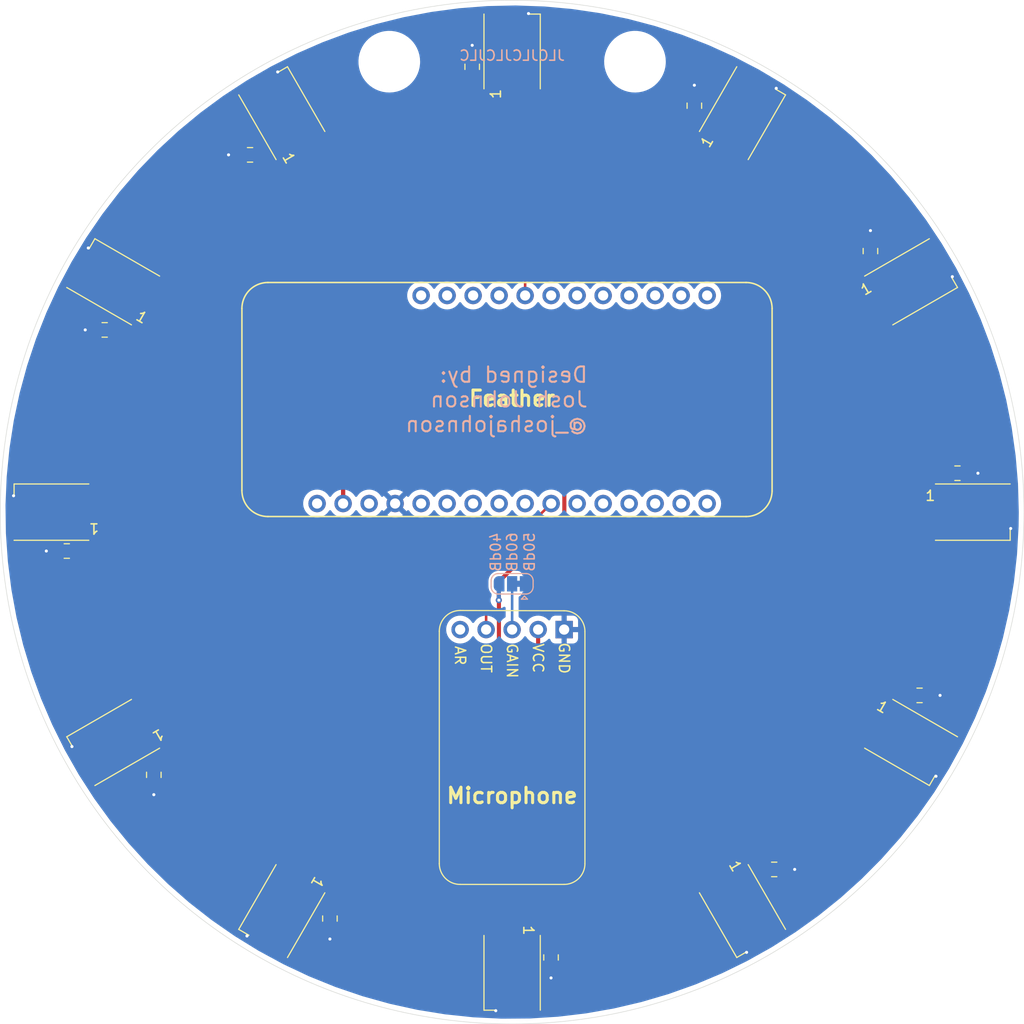
<source format=kicad_pcb>
(kicad_pcb (version 20210126) (generator pcbnew)
  (title_block (title "Electronic Hardware Derign \"Module\" PCB") (date "2021-02-20") (rev "0.1") (company "Josh Johnson"))
  (layers (0 "F.Cu" signal) (31 "B.Cu" signal) (34 "B.Paste" user) (35 "F.Paste" user) (36 "B.SilkS" user "B.Silkscreen") (37 "F.SilkS" user "F.Silkscreen") (38 "B.Mask" user) (39 "F.Mask" user) (44 "Edge.Cuts" user))
  (net 0 "")
  (net 1 "GND")
  (net 2 "Net-(D1-Pad2)")
  (net 3 "Net-(D2-Pad2)")
  (net 4 "Net-(D11-Pad2)")
  (net 5 "Net-(D3-Pad2)")
  (net 6 "Net-(D4-Pad2)")
  (net 7 "Net-(D5-Pad2)")
  (net 8 "Net-(D6-Pad2)")
  (net 9 "Net-(D7-Pad2)")
  (net 10 "Net-(D10-Pad4)")
  (net 11 "Net-(D8-Pad2)")
  (net 12 "Net-(D10-Pad2)")
  (net 13 "Net-(J1-Pad4)")
  (net 14 "Net-(J1-Pad3)")
  (net 15 "+3V3")
  (net 16 "Net-(J2-Pad24)")
  (footprint "LED_SMD:LED_WS2812B_PLCC4_5.0x5.0mm_P3.2mm" (layer "F.Cu") (at 122.5 61.03 60)
    (fp_text reference "D2" hide)
    (fp_text value "WS2812B")
    (fp_text user "1" (at -4.15 -1.6 60) (layer "F.SilkS"))
    (fp_line (start 3.65 2.75) (end 3.65 1.6) (layer "F.SilkS") (width 0.12))
    (fp_line (start -3.65 2.75) (end 3.65 2.75) (layer "F.SilkS") (width 0.12))
    (fp_line (start -3.65 -2.75) (end 3.65 -2.75) (layer "F.SilkS") (width 0.12))
    (pad "1" smd rect (at -2.45 -1.6 60) (size 1.5 1) (layers "F.Cu" "F.Paste" "F.Mask") (net 15 "+3V3"))
    (pad "2" smd rect (at -2.45 1.6 60) (size 1.5 1) (layers "F.Cu" "F.Paste" "F.Mask") (net 3 "Net-(D2-Pad2)"))
    (pad "3" smd rect (at 2.45 1.6 60) (size 1.5 1) (layers "F.Cu" "F.Paste" "F.Mask") (net 1 "GND"))
    (pad "4" smd rect (at 2.45 -1.6 60) (size 1.5 1) (layers "F.Cu" "F.Paste" "F.Mask") (net 2 "Net-(D1-Pad2)"))
  )
  (footprint "LED_SMD:LED_WS2812B_PLCC4_5.0x5.0mm_P3.2mm" (layer "F.Cu") (at 138.97 77.5 30)
    (fp_text reference "D3" hide)
    (fp_text value "WS2812B")
    (fp_text user "1" (at -4.15 -1.6 30) (layer "F.SilkS"))
    (fp_line (start 3.65 2.75) (end 3.65 1.6) (layer "F.SilkS") (width 0.12))
    (fp_line (start -3.65 2.75) (end 3.65 2.75) (layer "F.SilkS") (width 0.12))
    (fp_line (start -3.65 -2.75) (end 3.65 -2.75) (layer "F.SilkS") (width 0.12))
    (pad "1" smd rect (at -2.45 -1.6 30) (size 1.5 1) (layers "F.Cu" "F.Paste" "F.Mask") (net 15 "+3V3"))
    (pad "2" smd rect (at -2.45 1.6 30) (size 1.5 1) (layers "F.Cu" "F.Paste" "F.Mask") (net 5 "Net-(D3-Pad2)"))
    (pad "3" smd rect (at 2.45 1.6 30) (size 1.5 1) (layers "F.Cu" "F.Paste" "F.Mask") (net 1 "GND"))
    (pad "4" smd rect (at 2.45 -1.6 30) (size 1.5 1) (layers "F.Cu" "F.Paste" "F.Mask") (net 3 "Net-(D2-Pad2)"))
  )
  (footprint "Capacitor_SMD:C_0805_2012Metric" (layer "F.Cu") (at 96.1 56.5 90)
    (fp_text reference "C1" hide)
    (fp_text value "100n")
    (fp_line (start -0.258578 -0.71) (end 0.258578 -0.71) (layer "F.SilkS") (width 0.12))
    (fp_line (start -0.258578 0.71) (end 0.258578 0.71) (layer "F.SilkS") (width 0.12))
    (pad "1" smd roundrect (at -0.9375 0 90) (size 0.975 1.4) (layers "F.Cu" "F.Paste" "F.Mask") (net 15 "+3V3"))
    (pad "2" smd roundrect (at 0.9375 0 90) (size 0.975 1.4) (layers "F.Cu" "F.Paste" "F.Mask") (net 1 "GND"))
  )
  (footprint "Capacitor_SMD:C_0805_2012Metric" (layer "F.Cu") (at 56.5 103.8 180)
    (fp_text reference "C10" hide)
    (fp_text value "100n")
    (fp_line (start -0.258578 -0.71) (end 0.258578 -0.71) (layer "F.SilkS") (width 0.12))
    (fp_line (start -0.258578 0.71) (end 0.258578 0.71) (layer "F.SilkS") (width 0.12))
    (pad "1" smd roundrect (at -0.9375 0 180) (size 0.975 1.4) (layers "F.Cu" "F.Paste" "F.Mask") (net 15 "+3V3"))
    (pad "2" smd roundrect (at 0.9375 0 180) (size 0.975 1.4) (layers "F.Cu" "F.Paste" "F.Mask") (net 1 "GND"))
  )
  (footprint "MountingHole:MountingHole_5mm" (layer "F.Cu") (at 88 56)
    (fp_text reference "H2" hide)
    (fp_text value "M5")
    (pad "1" np_thru_hole circle (at 0 0) (size 5 5) (drill 5) (layers *.Cu *.Mask))
  )
  (footprint "LED_SMD:LED_WS2812B_PLCC4_5.0x5.0mm_P3.2mm" (layer "F.Cu") (at 100 145 -90)
    (fp_text reference "D7" hide)
    (fp_text value "WS2812B")
    (fp_text user "1" (at -4.15 -1.6 -90 unlocked) (layer "F.SilkS"))
    (fp_line (start -3.65 -2.75) (end 3.65 -2.75) (layer "F.SilkS") (width 0.12))
    (fp_line (start 3.65 2.75) (end 3.65 1.6) (layer "F.SilkS") (width 0.12))
    (fp_line (start -3.65 2.75) (end 3.65 2.75) (layer "F.SilkS") (width 0.12))
    (pad "1" smd rect (at -2.45 -1.6 270) (size 1.5 1) (layers "F.Cu" "F.Paste" "F.Mask") (net 15 "+3V3"))
    (pad "2" smd rect (at -2.45 1.6 270) (size 1.5 1) (layers "F.Cu" "F.Paste" "F.Mask") (net 9 "Net-(D7-Pad2)"))
    (pad "3" smd rect (at 2.45 1.6 270) (size 1.5 1) (layers "F.Cu" "F.Paste" "F.Mask") (net 1 "GND"))
    (pad "4" smd rect (at 2.45 -1.6 270) (size 1.5 1) (layers "F.Cu" "F.Paste" "F.Mask") (net 8 "Net-(D6-Pad2)"))
  )
  (footprint "Capacitor_SMD:C_0805_2012Metric" (layer "F.Cu") (at 135 74.5 90)
    (fp_text reference "C3" hide)
    (fp_text value "100n")
    (fp_line (start -0.258578 0.71) (end 0.258578 0.71) (layer "F.SilkS") (width 0.12))
    (fp_line (start -0.258578 -0.71) (end 0.258578 -0.71) (layer "F.SilkS") (width 0.12))
    (pad "1" smd roundrect (at -0.9375 0 90) (size 0.975 1.4) (layers "F.Cu" "F.Paste" "F.Mask") (net 15 "+3V3"))
    (pad "2" smd roundrect (at 0.9375 0 90) (size 0.975 1.4) (layers "F.Cu" "F.Paste" "F.Mask") (net 1 "GND"))
  )
  (footprint "Capacitor_SMD:C_0805_2012Metric" (layer "F.Cu") (at 60.2 82.2 180)
    (fp_text reference "C11" hide)
    (fp_text value "100n")
    (fp_line (start -0.258578 -0.71) (end 0.258578 -0.71) (layer "F.SilkS") (width 0.12))
    (fp_line (start -0.258578 0.71) (end 0.258578 0.71) (layer "F.SilkS") (width 0.12))
    (pad "1" smd roundrect (at -0.9375 0 180) (size 0.975 1.4) (layers "F.Cu" "F.Paste" "F.Mask") (net 15 "+3V3"))
    (pad "2" smd roundrect (at 0.9375 0 180) (size 0.975 1.4) (layers "F.Cu" "F.Paste" "F.Mask") (net 1 "GND"))
  )
  (footprint "Capacitor_SMD:C_0805_2012Metric" (layer "F.Cu") (at 139.8 117.9)
    (fp_text reference "C6" hide)
    (fp_text value "100n")
    (fp_line (start -0.258578 0.71) (end 0.258578 0.71) (layer "F.SilkS") (width 0.12))
    (fp_line (start -0.258578 -0.71) (end 0.258578 -0.71) (layer "F.SilkS") (width 0.12))
    (pad "1" smd roundrect (at -0.9375 0) (size 0.975 1.4) (layers "F.Cu" "F.Paste" "F.Mask") (net 15 "+3V3"))
    (pad "2" smd roundrect (at 0.9375 0) (size 0.975 1.4) (layers "F.Cu" "F.Paste" "F.Mask") (net 1 "GND"))
  )
  (footprint "MountingHole:MountingHole_5mm" (layer "F.Cu") (at 112 56)
    (fp_text reference "H1" hide)
    (fp_text value "M5")
    (pad "1" np_thru_hole circle (at 0 0) (size 5 5) (drill 5) (layers *.Cu *.Mask))
  )
  (footprint "Capacitor_SMD:C_0805_2012Metric" (layer "F.Cu") (at 117.8 60.3 90)
    (fp_text reference "C2" hide)
    (fp_text value "100n")
    (fp_line (start -0.258578 0.71) (end 0.258578 0.71) (layer "F.SilkS") (width 0.12))
    (fp_line (start -0.258578 -0.71) (end 0.258578 -0.71) (layer "F.SilkS") (width 0.12))
    (pad "1" smd roundrect (at -0.9375 0 90) (size 0.975 1.4) (layers "F.Cu" "F.Paste" "F.Mask") (net 15 "+3V3"))
    (pad "2" smd roundrect (at 0.9375 0 90) (size 0.975 1.4) (layers "F.Cu" "F.Paste" "F.Mask") (net 1 "GND"))
  )
  (footprint "LED_SMD:LED_WS2812B_PLCC4_5.0x5.0mm_P3.2mm" (layer "F.Cu") (at 55 100 180)
    (fp_text reference "D10" hide)
    (fp_text value "WS2812B")
    (fp_text user "1" (at -4.15 -1.6 180 unlocked) (layer "F.SilkS"))
    (fp_line (start 3.65 2.75) (end 3.65 1.6) (layer "F.SilkS") (width 0.12))
    (fp_line (start -3.65 2.75) (end 3.65 2.75) (layer "F.SilkS") (width 0.12))
    (fp_line (start -3.65 -2.75) (end 3.65 -2.75) (layer "F.SilkS") (width 0.12))
    (pad "1" smd rect (at -2.45 -1.6 180) (size 1.5 1) (layers "F.Cu" "F.Paste" "F.Mask") (net 15 "+3V3"))
    (pad "2" smd rect (at -2.45 1.6 180) (size 1.5 1) (layers "F.Cu" "F.Paste" "F.Mask") (net 12 "Net-(D10-Pad2)"))
    (pad "3" smd rect (at 2.45 1.6 180) (size 1.5 1) (layers "F.Cu" "F.Paste" "F.Mask") (net 1 "GND"))
    (pad "4" smd rect (at 2.45 -1.6 180) (size 1.5 1) (layers "F.Cu" "F.Paste" "F.Mask") (net 10 "Net-(D10-Pad4)"))
  )
  (footprint "ehd:Mic-Breakout" (layer "F.Cu") (at 105.08 111.473 -90)
    (fp_text reference "J1" hide)
    (fp_text value "Mic-Breakout")
    (fp_text user "GND" (at 2.794 0 -90 unlocked) (layer "F.SilkS"))
    (fp_text user "VCC" (at 2.794 2.54 -90 unlocked) (layer "F.SilkS"))
    (fp_text user "GAIN" (at 3.048 5.08 -90 unlocked) (layer "F.SilkS"))
    (fp_text user "OUT" (at 2.794 7.62 -90 unlocked) (layer "F.SilkS"))
    (fp_text user "AR" (at 2.54 10.16 -90 unlocked) (layer "F.SilkS"))
    (fp_line (start -1.865159 10.16) (end -1.838 0) (layer "F.SilkS") (width 0.12))
    (fp_line (start 0.194 -2.032) (end 22.86 -2.032) (layer "F.SilkS") (width 0.12))
    (fp_line (start 24.892 10.16) (end 24.892 0) (layer "F.SilkS") (width 0.12))
    (fp_line (start 0.166841 12.192) (end 22.86 12.192) (layer "F.SilkS") (width 0.12))
    (fp_arc (start 22.86 10.16) (end 22.86 12.192) (angle -90) (layer "F.SilkS") (width 0.12))
    (fp_arc (start 0.194 0) (end 0.194 -2.032) (angle -90) (layer "F.SilkS") (width 0.12))
    (fp_arc (start 0.166841 10.16) (end -1.865159 10.16) (angle -90) (layer "F.SilkS") (width 0.12))
    (fp_arc (start 22.86 0) (end 24.892 0) (angle -90) (layer "F.SilkS") (width 0.12))
    (pad "1" thru_hole rect (at 0 0 270) (size 1.7 1.7) (drill 1) (layers *.Cu *.Mask) (net 1 "GND"))
    (pad "2" thru_hole oval (at 0 2.54 270) (size 1.7 1.7) (drill 1) (layers *.Cu *.Mask) (net 15 "+3V3"))
    (pad "3" thru_hole oval (at 0 5.08 270) (size 1.7 1.7) (drill 1) (layers *.Cu *.Mask) (net 14 "Net-(J1-Pad3)"))
    (pad "4" thru_hole oval (at 0 7.62 270) (size 1.7 1.7) (drill 1) (layers *.Cu *.Mask) (net 13 "Net-(J1-Pad4)"))
    (pad "5" thru_hole oval (at 0 10.16 270) (size 1.7 1.7) (drill 1) (layers *.Cu *.Mask))
  )
  (footprint "Capacitor_SMD:C_0805_2012Metric" (layer "F.Cu") (at 103.8 143.5 -90)
    (fp_text reference "C8" hide)
    (fp_text value "100n")
    (fp_line (start -0.258578 0.71) (end 0.258578 0.71) (layer "F.SilkS") (width 0.12))
    (fp_line (start -0.258578 -0.71) (end 0.258578 -0.71) (layer "F.SilkS") (width 0.12))
    (pad "1" smd roundrect (at -0.9375 0 270) (size 0.975 1.4) (layers "F.Cu" "F.Paste" "F.Mask") (net 15 "+3V3"))
    (pad "2" smd roundrect (at 0.9375 0 270) (size 0.975 1.4) (layers "F.Cu" "F.Paste" "F.Mask") (net 1 "GND"))
  )
  (footprint "LED_SMD:LED_WS2812B_PLCC4_5.0x5.0mm_P3.2mm" (layer "F.Cu") (at 61.03 122.5 -150)
    (fp_text reference "D9" hide)
    (fp_text value "WS2812B")
    (fp_text user "1" (at -4.149999 -1.6 -150 unlocked) (layer "F.SilkS"))
    (fp_line (start -3.65 2.75) (end 3.65 2.75) (layer "F.SilkS") (width 0.12))
    (fp_line (start -3.65 -2.75) (end 3.65 -2.75) (layer "F.SilkS") (width 0.12))
    (fp_line (start 3.65 2.75) (end 3.65 1.6) (layer "F.SilkS") (width 0.12))
    (pad "1" smd rect (at -2.45 -1.6 210) (size 1.5 1) (layers "F.Cu" "F.Paste" "F.Mask") (net 15 "+3V3"))
    (pad "2" smd rect (at -2.45 1.6 210) (size 1.5 1) (layers "F.Cu" "F.Paste" "F.Mask") (net 10 "Net-(D10-Pad4)"))
    (pad "3" smd rect (at 2.45 1.6 210) (size 1.5 1) (layers "F.Cu" "F.Paste" "F.Mask") (net 1 "GND"))
    (pad "4" smd rect (at 2.45 -1.6 210) (size 1.5 1) (layers "F.Cu" "F.Paste" "F.Mask") (net 11 "Net-(D8-Pad2)"))
  )
  (footprint "LED_SMD:LED_WS2812B_PLCC4_5.0x5.0mm_P3.2mm" (layer "F.Cu") (at 77.5 61.03 120)
    (fp_text reference "D12" hide)
    (fp_text value "WS2812B")
    (fp_text user "1" (at -4.15 -1.6 120) (layer "F.SilkS"))
    (fp_line (start 3.65 2.75) (end 3.65 1.6) (layer "F.SilkS") (width 0.12))
    (fp_line (start -3.65 2.75) (end 3.65 2.75) (layer "F.SilkS") (width 0.12))
    (fp_line (start -3.65 -2.75) (end 3.65 -2.75) (layer "F.SilkS") (width 0.12))
    (pad "1" smd rect (at -2.45 -1.6 120) (size 1.5 1) (layers "F.Cu" "F.Paste" "F.Mask") (net 15 "+3V3"))
    (pad "2" smd rect (at -2.45 1.6 120) (size 1.5 1) (layers "F.Cu" "F.Paste" "F.Mask"))
    (pad "3" smd rect (at 2.45 1.6 120) (size 1.5 1) (layers "F.Cu" "F.Paste" "F.Mask") (net 1 "GND"))
    (pad "4" smd rect (at 2.45 -1.6 120) (size 1.5 1) (layers "F.Cu" "F.Paste" "F.Mask") (net 4 "Net-(D11-Pad2)"))
  )
  (footprint "LED_SMD:LED_WS2812B_PLCC4_5.0x5.0mm_P3.2mm" (layer "F.Cu") (at 145 100)
    (fp_text reference "D4" hide)
    (fp_text value "WS2812B")
    (fp_text user "1" (at -4.15 -1.6) (layer "F.SilkS"))
    (fp_line (start 3.65 2.75) (end 3.65 1.6) (layer "F.SilkS") (width 0.12))
    (fp_line (start -3.65 2.75) (end 3.65 2.75) (layer "F.SilkS") (width 0.12))
    (fp_line (start -3.65 -2.75) (end 3.65 -2.75) (layer "F.SilkS") (width 0.12))
    (pad "1" smd rect (at -2.45 -1.6) (size 1.5 1) (layers "F.Cu" "F.Paste" "F.Mask") (net 15 "+3V3"))
    (pad "2" smd rect (at -2.45 1.6) (size 1.5 1) (layers "F.Cu" "F.Paste" "F.Mask") (net 6 "Net-(D4-Pad2)"))
    (pad "3" smd rect (at 2.45 1.6) (size 1.5 1) (layers "F.Cu" "F.Paste" "F.Mask") (net 1 "GND"))
    (pad "4" smd rect (at 2.45 -1.6) (size 1.5 1) (layers "F.Cu" "F.Paste" "F.Mask") (net 5 "Net-(D3-Pad2)"))
  )
  (footprint "LED_SMD:LED_WS2812B_PLCC4_5.0x5.0mm_P3.2mm" (layer "F.Cu") (at 138.97 122.5 -30)
    (fp_text reference "D5" hide)
    (fp_text value "WS2812B")
    (fp_text user "1" (at -4.15 -1.600001 -30 unlocked) (layer "F.SilkS"))
    (fp_line (start -3.65 2.75) (end 3.65 2.75) (layer "F.SilkS") (width 0.12))
    (fp_line (start -3.65 -2.75) (end 3.65 -2.75) (layer "F.SilkS") (width 0.12))
    (fp_line (start 3.65 2.75) (end 3.65 1.6) (layer "F.SilkS") (width 0.12))
    (pad "1" smd rect (at -2.45 -1.6 330) (size 1.5 1) (layers "F.Cu" "F.Paste" "F.Mask") (net 15 "+3V3"))
    (pad "2" smd rect (at -2.45 1.6 330) (size 1.5 1) (layers "F.Cu" "F.Paste" "F.Mask") (net 7 "Net-(D5-Pad2)"))
    (pad "3" smd rect (at 2.45 1.6 330) (size 1.5 1) (layers "F.Cu" "F.Paste" "F.Mask") (net 1 "GND"))
    (pad "4" smd rect (at 2.45 -1.6 330) (size 1.5 1) (layers "F.Cu" "F.Paste" "F.Mask") (net 6 "Net-(D4-Pad2)"))
  )
  (footprint "Capacitor_SMD:C_0805_2012Metric" (layer "F.Cu") (at 82.2 139.7 -90)
    (fp_text reference "C9" hide)
    (fp_text value "100n")
    (fp_line (start -0.258578 0.71) (end 0.258578 0.71) (layer "F.SilkS") (width 0.12))
    (fp_line (start -0.258578 -0.71) (end 0.258578 -0.71) (layer "F.SilkS") (width 0.12))
    (pad "1" smd roundrect (at -0.9375 0 270) (size 0.975 1.4) (layers "F.Cu" "F.Paste" "F.Mask") (net 15 "+3V3"))
    (pad "2" smd roundrect (at 0.9375 0 270) (size 0.975 1.4) (layers "F.Cu" "F.Paste" "F.Mask") (net 1 "GND"))
  )
  (footprint "LED_SMD:LED_WS2812B_PLCC4_5.0x5.0mm_P3.2mm" (layer "F.Cu") (at 122.5 138.97 -60)
    (fp_text reference "D6" hide)
    (fp_text value "WS2812B")
    (fp_text user "1" (at -4.149999 -1.6 -60 unlocked) (layer "F.SilkS"))
    (fp_line (start 3.65 2.75) (end 3.65 1.6) (layer "F.SilkS") (width 0.12))
    (fp_line (start -3.65 -2.75) (end 3.65 -2.75) (layer "F.SilkS") (width 0.12))
    (fp_line (start -3.65 2.75) (end 3.65 2.75) (layer "F.SilkS") (width 0.12))
    (pad "1" smd rect (at -2.45 -1.6 300) (size 1.5 1) (layers "F.Cu" "F.Paste" "F.Mask") (net 15 "+3V3"))
    (pad "2" smd rect (at -2.45 1.6 300) (size 1.5 1) (layers "F.Cu" "F.Paste" "F.Mask") (net 8 "Net-(D6-Pad2)"))
    (pad "3" smd rect (at 2.45 1.6 300) (size 1.5 1) (layers "F.Cu" "F.Paste" "F.Mask") (net 1 "GND"))
    (pad "4" smd rect (at 2.45 -1.6 300) (size 1.5 1) (layers "F.Cu" "F.Paste" "F.Mask") (net 7 "Net-(D5-Pad2)"))
  )
  (footprint "ehd:featherwing" (layer "F.Cu") (at 100 89)
    (fp_text reference "J2" hide)
    (fp_text value "Feather")
    (fp_line (start -26.3936 -8.89) (end -26.3936 8.89) (layer "F.SilkS") (width 0.15))
    (fp_line (start -23.8536 11.43) (end 22.8536 11.43) (layer "F.SilkS") (width 0.15))
    (fp_line (start 22.8536 -11.43) (end -23.8536 -11.43) (layer "F.SilkS") (width 0.15))
    (fp_line (start 25.393132 8.938762) (end 25.3936 -8.89) (layer "F.SilkS") (width 0.15))
    (fp_arc (start 22.8536 -8.89) (end 22.8536 -11.43) (angle 90) (layer "F.SilkS") (width 0.15))
    (fp_arc (start -23.8536 -8.89) (end -26.3936 -8.89) (angle 90) (layer "F.SilkS") (width 0.15))
    (fp_arc (start -23.8536 8.89) (end -23.8536 11.43) (angle 90) (layer "F.SilkS") (width 0.15))
    (fp_arc (start 22.853604 8.890001) (end 22.8536 11.43) (angle -88.9) (layer "F.SilkS") (width 0.15))
    (pad "1" thru_hole circle (at -19.05 10.16) (size 1.7 1.7) (drill 1) (layers *.Cu *.Mask))
    (pad "2" thru_hole circle (at -16.51 10.16) (size 1.7 1.7) (drill 1) (layers *.Cu *.Mask) (net 15 "+3V3"))
    (pad "3" thru_hole circle (at -13.97 10.16) (size 1.7 1.7) (drill 1) (layers *.Cu *.Mask))
    (pad "4" thru_hole circle (at -11.43 10.16) (size 1.7 1.7) (drill 1) (layers *.Cu *.Mask) (net 1 "GND"))
    (pad "5" thru_hole circle (at -8.89 10.16) (size 1.7 1.7) (drill 1) (layers *.Cu *.Mask))
    (pad "6" thru_hole circle (at -6.35 10.16) (size 1.7 1.7) (drill 1) (layers *.Cu *.Mask))
    (pad "7" thru_hole circle (at -3.81 10.16) (size 1.7 1.7) (drill 1) (layers *.Cu *.Mask))
    (pad "8" thru_hole circle (at -1.27 10.16) (size 1.7 1.7) (drill 1) (layers *.Cu *.Mask))
    (pad "9" thru_hole circle (at 1.27 10.16) (size 1.7 1.7) (drill 1) (layers *.Cu *.Mask))
    (pad "10" thru_hole circle (at 3.81 10.16) (size 1.7 1.7) (drill 1) (layers *.Cu *.Mask) (net 13 "Net-(J1-Pad4)"))
    (pad "11" thru_hole circle (at 6.35 10.16) (size 1.7 1.7) (drill 1) (layers *.Cu *.Mask))
    (pad "12" thru_hole circle (at 8.89 10.16) (size 1.7 1.7) (drill 1) (layers *.Cu *.Mask))
    (pad "13" thru_hole circle (at 11.43 10.16) (size 1.7 1.7) (drill 1) (layers *.Cu *.Mask))
    (pad "14" thru_hole circle (at 13.97 10.16) (size 1.7 1.7) (drill 1) (layers *.Cu *.Mask))
    (pad "15" thru_hole circle (at 16.51 10.16) (size 1.7 1.7) (drill 1) (layers *.Cu *.Mask))
    (pad "16" thru_hole circle (at 19.05 10.16) (size 1.7 1.7) (drill 1) (layers *.Cu *.Mask))
    (pad "17" thru_hole circle (at 19.05 -10.16) (size 1.7 1.7) (drill 1) (layers *.Cu *.Mask))
    (pad "18" thru_hole circle (at 16.51 -10.16) (size 1.7 1.7) (drill 1) (layers *.Cu *.Mask))
    (pad "19" thru_hole circle (at 13.97 -10.16) (size 1.7 1.7) (drill 1) (layers *.Cu *.Mask))
    (pad "20" thru_hole circle (at 11.43 -10.16) (size 1.7 1.7) (drill 1) (layers *.Cu *.Mask))
    (pad "21" thru_hole circle (at 8.89 -10.16) (size 1.7 1.7) (drill 1) (layers *.Cu *.Mask))
    (pad "22" thru_hole circle (at 6.35 -10.16) (size 1.7 1.7) (drill 1) (layers *.Cu *.Mask))
    (pad "23" thru_hole circle (at 3.81 -10.16) (size 1.7 1.7) (drill 1) (layers *.Cu *.Mask))
    (pad "24" thru_hole circle (at 1.27 -10.16) (size 1.7 1.7) (drill 1) (layers *.Cu *.Mask) (net 16 "Net-(J2-Pad24)"))
    (pad "25" thru_hole circle (at -1.27 -10.16) (size 1.7 1.7) (drill 1) (layers *.Cu *.Mask))
    (pad "26" thru_hole circle (at -3.81 -10.16) (size 1.7 1.7) (drill 1) (layers *.Cu *.Mask))
    (pad "27" thru_hole circle (at -6.35 -10.16) (size 1.7 1.7) (drill 1) (layers *.Cu *.Mask))
    (pad "28" thru_hole circle (at -8.89 -10.16) (size 1.7 1.7) (drill 1) (layers *.Cu *.Mask))
  )
  (footprint "Capacitor_SMD:C_0805_2012Metric" (layer "F.Cu") (at 74.4 65.1 180)
    (fp_text reference "C12" hide)
    (fp_text value "100n")
    (fp_line (start -0.258578 -0.71) (end 0.258578 -0.71) (layer "F.SilkS") (width 0.12))
    (fp_line (start -0.258578 0.71) (end 0.258578 0.71) (layer "F.SilkS") (width 0.12))
    (pad "1" smd roundrect (at -0.9375 0 180) (size 0.975 1.4) (layers "F.Cu" "F.Paste" "F.Mask") (net 15 "+3V3"))
    (pad "2" smd roundrect (at 0.9375 0 180) (size 0.975 1.4) (layers "F.Cu" "F.Paste" "F.Mask") (net 1 "GND"))
  )
  (footprint "Capacitor_SMD:C_0805_2012Metric" (layer "F.Cu") (at 65 125.6625 -90)
    (fp_text reference "C4" hide)
    (fp_text value "100n")
    (fp_line (start -0.258578 -0.71) (end 0.258578 -0.71) (layer "F.SilkS") (width 0.12))
    (fp_line (start -0.258578 0.71) (end 0.258578 0.71) (layer "F.SilkS") (width 0.12))
    (pad "1" smd roundrect (at -0.9375 0 270) (size 0.975 1.4) (layers "F.Cu" "F.Paste" "F.Mask") (net 15 "+3V3"))
    (pad "2" smd roundrect (at 0.9375 0 270) (size 0.975 1.4) (layers "F.Cu" "F.Paste" "F.Mask") (net 1 "GND"))
  )
  (footprint "LED_SMD:LED_WS2812B_PLCC4_5.0x5.0mm_P3.2mm" (layer "F.Cu") (at 77.5 138.97 -120)
    (fp_text reference "D8" hide)
    (fp_text value "WS2812B")
    (fp_text user "1" (at -4.15 -1.600001 -120 unlocked) (layer "F.SilkS"))
    (fp_line (start -3.65 2.75) (end 3.65 2.75) (layer "F.SilkS") (width 0.12))
    (fp_line (start -3.65 -2.75) (end 3.65 -2.75) (layer "F.SilkS") (width 0.12))
    (fp_line (start 3.65 2.75) (end 3.65 1.6) (layer "F.SilkS") (width 0.12))
    (pad "1" smd rect (at -2.45 -1.6 240) (size 1.5 1) (layers "F.Cu" "F.Paste" "F.Mask") (net 15 "+3V3"))
    (pad "2" smd rect (at -2.45 1.6 240) (size 1.5 1) (layers "F.Cu" "F.Paste" "F.Mask") (net 11 "Net-(D8-Pad2)"))
    (pad "3" smd rect (at 2.45 1.6 240) (size 1.5 1) (layers "F.Cu" "F.Paste" "F.Mask") (net 1 "GND"))
    (pad "4" smd rect (at 2.45 -1.6 240) (size 1.5 1) (layers "F.Cu" "F.Paste" "F.Mask") (net 9 "Net-(D7-Pad2)"))
  )
  (footprint "Capacitor_SMD:C_0805_2012Metric" (layer "F.Cu") (at 125.6 134.9)
    (fp_text reference "C7" hide)
    (fp_text value "100n")
    (fp_line (start -0.258578 0.71) (end 0.258578 0.71) (layer "F.SilkS") (width 0.12))
    (fp_line (start -0.258578 -0.71) (end 0.258578 -0.71) (layer "F.SilkS") (width 0.12))
    (pad "1" smd roundrect (at -0.9375 0) (size 0.975 1.4) (layers "F.Cu" "F.Paste" "F.Mask") (net 15 "+3V3"))
    (pad "2" smd roundrect (at 0.9375 0) (size 0.975 1.4) (layers "F.Cu" "F.Paste" "F.Mask") (net 1 "GND"))
  )
  (footprint "LED_SMD:LED_WS2812B_PLCC4_5.0x5.0mm_P3.2mm" (layer "F.Cu") (at 61.03 77.5 150)
    (fp_text reference "D11" hide)
    (fp_text value "WS2812B")
    (fp_text user "1" (at -4.15 -1.6 150) (layer "F.SilkS"))
    (fp_line (start -3.65 2.75) (end 3.65 2.75) (layer "F.SilkS") (width 0.12))
    (fp_line (start -3.65 -2.75) (end 3.65 -2.75) (layer "F.SilkS") (width 0.12))
    (fp_line (start 3.65 2.75) (end 3.65 1.6) (layer "F.SilkS") (width 0.12))
    (pad "1" smd rect (at -2.45 -1.6 150) (size 1.5 1) (layers "F.Cu" "F.Paste" "F.Mask") (net 15 "+3V3"))
    (pad "2" smd rect (at -2.45 1.6 150) (size 1.5 1) (layers "F.Cu" "F.Paste" "F.Mask") (net 4 "Net-(D11-Pad2)"))
    (pad "3" smd rect (at 2.45 1.6 150) (size 1.5 1) (layers "F.Cu" "F.Paste" "F.Mask") (net 1 "GND"))
    (pad "4" smd rect (at 2.45 -1.6 150) (size 1.5 1) (layers "F.Cu" "F.Paste" "F.Mask") (net 12 "Net-(D10-Pad2)"))
  )
  (footprint "LED_SMD:LED_WS2812B_PLCC4_5.0x5.0mm_P3.2mm" (layer "F.Cu") (at 100 55 90)
    (fp_text reference "D1" hide)
    (fp_text value "WS2812B")
    (fp_text user "1" (at -4.15 -1.6 90) (layer "F.SilkS"))
    (fp_line (start -3.65 -2.75) (end 3.65 -2.75) (layer "F.SilkS") (width 0.12))
    (fp_line (start 3.65 2.75) (end 3.65 1.6) (layer "F.SilkS") (width 0.12))
    (fp_line (start -3.65 2.75) (end 3.65 2.75) (layer "F.SilkS") (width 0.12))
    (pad "1" smd rect (at -2.45 -1.6 90) (size 1.5 1) (layers "F.Cu" "F.Paste" "F.Mask") (net 15 "+3V3"))
    (pad "2" smd rect (at -2.45 1.6 90) (size 1.5 1) (layers "F.Cu" "F.Paste" "F.Mask") (net 2 "Net-(D1-Pad2)"))
    (pad "3" smd rect (at 2.45 1.6 90) (size 1.5 1) (layers "F.Cu" "F.Paste" "F.Mask") (net 1 "GND"))
    (pad "4" smd rect (at 2.45 -1.6 90) (size 1.5 1) (layers "F.Cu" "F.Paste" "F.Mask") (net 16 "Net-(J2-Pad24)"))
  )
  (footprint "Capacitor_SMD:C_0805_2012Metric" (layer "F.Cu") (at 143.5 96.2)
    (fp_text reference "C5" hide)
    (fp_text value "100n")
    (fp_line (start -0.258578 -0.71) (end 0.258578 -0.71) (layer "F.SilkS") (width 0.12))
    (fp_line (start -0.258578 0.71) (end 0.258578 0.71) (layer "F.SilkS") (width 0.12))
    (pad "1" smd roundrect (at -0.9375 0) (size 0.975 1.4) (layers "F.Cu" "F.Paste" "F.Mask") (net 15 "+3V3"))
    (pad "2" smd roundrect (at 0.9375 0) (size 0.975 1.4) (layers "F.Cu" "F.Paste" "F.Mask") (net 1 "GND"))
  )
  (footprint "Jumper:SolderJumper-3_P1.3mm_Bridged12_RoundedPad1.0x1.5mm" (layer "B.Cu") (at 100 107 180)
    (fp_text reference "JP1" hide)
    (fp_text value "JMP3")
    (fp_poly (pts (xy -0.9 0.3) (xy -0.4 0.3) (xy -0.4 -0.3) (xy -0.9 -0.3)) (layer "B.Cu") (width 0) (fill solid))
    (fp_line (start -1.4 1) (end 1.4 1) (layer "B.SilkS") (width 0.12))
    (fp_line (start -1.2 -1.2) (end -0.9 -1.5) (layer "B.SilkS") (width 0.12))
    (fp_line (start -1.2 -1.2) (end -1.5 -1.5) (layer "B.SilkS") (width 0.12))
    (fp_line (start 1.4 -1) (end -1.4 -1) (layer "B.SilkS") (width 0.12))
    (fp_line (start -2.05 -0.3) (end -2.05 0.3) (layer "B.SilkS") (width 0.12))
    (fp_line (start -1.5 -1.5) (end -0.9 -1.5) (layer "B.SilkS") (width 0.12))
    (fp_line (start 2.05 0.3) (end 2.05 -0.3) (layer "B.SilkS") (width 0.12))
    (fp_arc (start -1.35 -0.3) (end -2.05 -0.3) (angle 90) (layer "B.SilkS") (width 0.12))
    (fp_arc (start -1.35 0.3) (end -1.35 1) (angle 90) (layer "B.SilkS") (width 0.12))
    (fp_arc (start 1.35 0.3) (end 2.05 0.3) (angle 90) (layer "B.SilkS") (width 0.12))
    (fp_arc (start 1.35 -0.3) (end 1.35 -1) (angle 90) (layer "B.SilkS") (width 0.12))
    (pad "1" smd custom (at -1.3 0 180) (size 1 0.5) (layers "B.Cu" "B.Mask") (net 1 "GND") (options (clearance outline) (anchor rect)) (primitives (gr_circle (center 0 -0.25) (end 0.5 -0.25) (width 0) (fill yes)) (gr_circle (center 0 0.25) (end 0.5 0.25) (width 0) (fill yes)) (gr_poly (pts (xy 0.55 0.75) (xy 0 0.75) (xy 0 -0.75) (xy 0.55 -0.75)) (width 0) (fill yes))))
    (pad "2" smd rect (at 0 0 180) (size 1 1.5) (layers "B.Cu" "B.Mask") (net 14 "Net-(J1-Pad3)"))
    (pad "3" smd custom (at 1.3 0 180) (size 1 0.5) (layers "B.Cu" "B.Mask") (net 15 "+3V3") (options (clearance outline) (anchor rect)) (primitives (gr_circle (center 0 -0.25) (end 0.5 -0.25) (width 0) (fill yes)) (gr_circle (center 0 0.25) (end 0.5 0.25) (width 0) (fill yes)) (gr_poly (pts (xy -0.55 0.75) (xy 0 0.75) (xy 0 -0.75) (xy -0.55 -0.75)) (width 0) (fill yes))))
  )
  (gr_circle (center 100 100) (end 150 100) (layer "Edge.Cuts") (width 0.05) (fill none))
  (gr_text "JLCJLCJLCJLC" (at 99.999999 55.4) (layer "B.SilkS") (effects (font (size 1 1)) (justify mirror)))
  (gr_text "50dB" (at 101.7 103.9 90) (layer "B.SilkS") (effects (font (size 1 1)) (justify mirror)))
  (gr_text "Designed by:\nJosh Johnson\n@_joshajohnson" (at 107.5 89) (layer "B.SilkS") (effects (font (size 1.5 1.5) (thickness 0.2)) (justify left mirror)))
  (gr_text "40dB" (at 98.4 103.9 90) (layer "B.SilkS") (effects (font (size 1 1)) (justify mirror)))
  (gr_text "60dB" (at 100 103.9 90) (layer "B.SilkS") (effects (font (size 1 1)) (justify mirror)))
  (gr_text "Microphone" (at 100 127.7) (layer "F.SilkS") (effects (font (size 1.5 1.5) (thickness 0.3))))
  (gr_text "Feather" (at 100 88.9) (layer "F.SilkS") (effects (font (size 1.5 1.5) (thickness 0.3))))
  (segment (start 51.3 98.4) (end 52.55 98.4) (width 0.4) (layer "F.Cu") (net 1))
  (segment (start 117.8 58.3) (end 117.8 59.3625) (width 0.4) (layer "F.Cu") (net 1))
  (segment (start 126.5375 134.9) (end 127.6 134.9) (width 0.4) (layer "F.Cu") (net 1))
  (segment (start 135 73.5625) (end 135 72.5) (width 0.4) (layer "F.Cu") (net 1))
  (segment (start 142.339359 77.660641) (end 143 77) (width 0.4) (layer "F.Cu") (net 1))
  (segment (start 65 127.6) (end 65 126.6) (width 0.4) (layer "F.Cu") (net 1))
  (segment (start 54.5 103.8) (end 55.5625 103.8) (width 0.4) (layer "F.Cu") (net 1))
  (segment (start 57.560641 122.339359) (end 57 122.9) (width 0.25) (layer "F.Cu") (net 1))
  (segment (start 103.8 145.5) (end 103.8 144.4375) (width 0.4) (layer "F.Cu") (net 1))
  (segment (start 98.4 147.45) (end 98.4 148.7) (width 0.4) (layer "F.Cu") (net 1))
  (segment (start 125.8 59.018879) (end 125.110641 59.708238) (width 0.4) (layer "F.Cu") (net 1))
  (segment (start 59.018879 74.2) (end 59.708238 74.889359) (width 0.4) (layer "F.Cu") (net 1))
  (segment (start 74.1 141.081121) (end 74.889359 140.291762) (width 0.4) (layer "F.Cu") (net 1))
  (segment (start 140.981121 125.8) (end 140.291762 125.110641) (width 0.4) (layer "F.Cu") (net 1))
  (segment (start 122.339359 141.891762) (end 122.339359 142.439359) (width 0.4) (layer "F.Cu") (net 1))
  (segment (start 74.1 141.4) (end 74.1 141.081121) (width 0.4) (layer "F.Cu") (net 1))
  (segment (start 96.1 55.5625) (end 96.1 54.4) (width 0.4) (layer "F.Cu") (net 1))
  (segment (start 58.108238 122.339359) (end 57.560641 122.339359) (width 0.25) (layer "F.Cu") (net 1))
  (segment (start 141.891762 77.660641) (end 142.339359 77.660641) (width 0.4) (layer "F.Cu") (net 1))
  (segment (start 58.6 74.2) (end 59.018879 74.2) (width 0.4) (layer "F.Cu") (net 1))
  (segment (start 141.4 125.8) (end 140.981121 125.8) (width 0.4) (layer "F.Cu") (net 1))
  (segment (start 77.1 57) (end 77.1 57.547597) (width 0.4) (layer "F.Cu") (net 1))
  (segment (start 72.3 65.1) (end 73.4625 65.1) (width 0.4) (layer "F.Cu") (net 1))
  (segment (start 141.8 117.9) (end 140.7375 117.9) (width 0.4) (layer "F.Cu") (net 1))
  (segment (start 101.6 51.3) (end 101.6 52.55) (width 0.4) (layer "F.Cu") (net 1))
  (segment (start 125.8 58.6) (end 125.8 59.018879) (width 0.4) (layer "F.Cu") (net 1))
  (segment (start 58.3 82.2) (end 59.2625 82.2) (width 0.4) (layer "F.Cu") (net 1))
  (segment (start 145.5 96.2) (end 144.4375 96.2) (width 0.4) (layer "F.Cu") (net 1))
  (segment (start 148.7 101.6) (end 147.45 101.6) (width 0.4) (layer "F.Cu") (net 1))
  (segment (start 82.2 140.6375) (end 82.2 141.7) (width 0.4) (layer "F.Cu") (net 1))
  (segment (start 77.1 57.547597) (end 77.660641 58.108238) (width 0.4) (layer "F.Cu") (net 1))
  (segment (start 122.339359 142.439359) (end 122.9 143) (width 0.4) (layer "F.Cu") (net 1))
  (via (at 143 77) (size 0.6) (drill 0.3) (layers "F.Cu" "B.Cu") (net 1))
  (via (at 125.8 58.6) (size 0.6) (drill 0.3) (layers "F.Cu" "B.Cu") (net 1))
  (via (at 82.2 141.7) (size 0.6) (drill 0.3) (layers "F.Cu" "B.Cu") (net 1))
  (via (at 122.9 143) (size 0.6) (drill 0.3) (layers "F.Cu" "B.Cu") (net 1))
  (via (at 103.8 145.5) (size 0.6) (drill 0.3) (layers "F.Cu" "B.Cu") (net 1))
  (via (at 145.5 96.2) (size 0.6) (drill 0.3) (layers "F.Cu" "B.Cu") (net 1))
  (via (at 58.3 82.2) (size 0.6) (drill 0.3) (layers "F.Cu" "B.Cu") (net 1))
  (via (at 58.6 74.2) (size 0.6) (drill 0.3) (layers "F.Cu" "B.Cu") (net 1))
  (via (at 72.3 65.1) (size 0.6) (drill 0.3) (layers "F.Cu" "B.Cu") (net 1))
  (via (at 135 72.5) (size 0.6) (drill 0.3) (layers "F.Cu" "B.Cu") (net 1))
  (via (at 101.6 51.3) (size 0.6) (drill 0.3) (layers "F.Cu" "B.Cu") (net 1))
  (via (at 127.6 134.9) (size 0.6) (drill 0.3) (layers "F.Cu" "B.Cu") (net 1))
  (via (at 65 127.6) (size 0.6) (drill 0.3) (layers "F.Cu" "B.Cu") (net 1))
  (via (at 57 122.9) (size 0.6) (drill 0.3) (layers "F.Cu" "B.Cu") (net 1))
  (via (at 77.1 57) (size 0.6) (drill 0.3) (layers "F.Cu" "B.Cu") (net 1))
  (via (at 141.4 125.8) (size 0.6) (drill 0.3) (layers "F.Cu" "B.Cu") (net 1))
  (via (at 54.5 103.8) (size 0.6) (drill 0.3) (layers "F.Cu" "B.Cu") (net 1))
  (via (at 98.4 148.7) (size 0.6) (drill 0.3) (layers "F.Cu" "B.Cu") (net 1))
  (via (at 51.3 98.4) (size 0.6) (drill 0.3) (layers "F.Cu" "B.Cu") (net 1))
  (via (at 74.1 141.4) (size 0.6) (drill 0.3) (layers "F.Cu" "B.Cu") (net 1))
  (via (at 96.1 54.4) (size 0.6) (drill 0.3) (layers "F.Cu" "B.Cu") (net 1))
  (via (at 141.8 117.9) (size 0.6) (drill 0.3) (layers "F.Cu" "B.Cu") (net 1))
  (via (at 117.8 58.3) (size 0.6) (drill 0.3) (layers "F.Cu" "B.Cu") (net 1))
  (via (at 148.7 101.6) (size 0.6) (drill 0.3) (layers "F.Cu" "B.Cu") (net 1))
  (segment (start 122.339359 58.660641) (end 122.339359 58.108238) (width 0.25) (layer "F.Cu") (net 2))
  (segment (start 108.35 57.45) (end 111.1 60.2) (width 0.25) (layer "F.Cu") (net 2))
  (segment (start 101.6 57.45) (end 108.35 57.45) (width 0.25) (layer "F.Cu") (net 2))
  (segment (start 120.8 60.2) (end 122.339359 58.660641) (width 0.25) (layer "F.Cu") (net 2))
  (segment (start 111.1 60.2) (end 120.8 60.2) (width 0.25) (layer "F.Cu") (net 2))
  (segment (start 140.291762 74.889359) (end 140.291762 74.391762) (width 0.25) (layer "F.Cu") (net 3))
  (segment (start 129.608879 70.9) (end 136.8 70.9) (width 0.25) (layer "F.Cu") (net 3))
  (segment (start 140.291762 74.391762) (end 136.8 70.9) (width 0.25) (layer "F.Cu") (net 3))
  (segment (start 122.660641 63.951762) (end 129.608879 70.9) (width 0.25) (layer "F.Cu") (net 3))
  (segment (start 65 76.291121) (end 65 68.8) (width 0.25) (layer "F.Cu") (net 4))
  (segment (start 73.997597 60.6) (end 73.2 60.6) (width 0.25) (layer "F.Cu") (net 4))
  (segment (start 74.889359 59.708238) (end 73.997597 60.6) (width 0.25) (layer "F.Cu") (net 4))
  (segment (start 65 68.8) (end 73.2 60.6) (width 0.25) (layer "F.Cu") (net 4))
  (segment (start 63.951762 77.339359) (end 65 76.291121) (width 0.25) (layer "F.Cu") (net 4))
  (segment (start 147.45 89.912403) (end 147.45 98.4) (width 0.25) (layer "F.Cu") (net 5))
  (segment (start 137.648238 80.110641) (end 147.45 89.912403) (width 0.25) (layer "F.Cu") (net 5))
  (segment (start 142.55 121.681121) (end 141.891762 122.339359) (width 0.25) (layer "F.Cu") (net 6))
  (segment (start 142.55 101.6) (end 142.55 121.681121) (width 0.25) (layer "F.Cu") (net 6))
  (segment (start 125.110641 140.291762) (end 135.301202 130.101202) (width 0.25) (layer "F.Cu") (net 7))
  (segment (start 136.1 129.302404) (end 135.301202 130.101202) (width 0.25) (layer "F.Cu") (net 7))
  (segment (start 135.301202 130.101202) (end 135.5 129.902403) (width 0.25) (layer "F.Cu") (net 7))
  (segment (start 136.048238 122.660641) (end 136.1 122.712403) (width 0.25) (layer "F.Cu") (net 7))
  (segment (start 136.1 122.712403) (end 136.1 129.302404) (width 0.25) (layer "F.Cu") (net 7))
  (segment (start 114.037598 143.5) (end 114.568799 142.968799) (width 0.25) (layer "F.Cu") (net 8))
  (segment (start 101.6 147.45) (end 104.75 147.45) (width 0.25) (layer "F.Cu") (net 8))
  (segment (start 114.568799 142.968799) (end 119.889359 137.648238) (width 0.25) (layer "F.Cu") (net 8))
  (segment (start 104.75 147.45) (end 108.7 143.5) (width 0.25) (layer "F.Cu") (net 8))
  (segment (start 108.7 143.5) (end 114.037598 143.5) (width 0.25) (layer "F.Cu") (net 8))
  (segment (start 77.660641 141.891762) (end 78.368879 142.6) (width 0.25) (layer "F.Cu") (net 9))
  (segment (start 78.368879 142.6) (end 98.35 142.6) (width 0.25) (layer "F.Cu") (net 9))
  (segment (start 98.35 142.6) (end 98.4 142.55) (width 0.25) (layer "F.Cu") (net 9))
  (segment (start 62.351762 119.889359) (end 52.55 110.087597) (width 0.25) (layer "F.Cu") (net 10))
  (segment (start 52.55 110.087597) (end 52.55 101.6) (width 0.25) (layer "F.Cu") (net 10))
  (segment (start 69.297597 134.7) (end 59.708238 125.110641) (width 0.25) (layer "F.Cu") (net 11))
  (segment (start 77.339359 136.048238) (end 75.991121 134.7) (width 0.25) (layer "F.Cu") (net 11))
  (segment (start 75.991121 134.7) (end 69.297597 134.7) (width 0.25) (layer "F.Cu") (net 11))
  (segment (start 56.5 82.1) (end 57.45 83.05) (width 0.25) (layer "F.Cu") (net 12))
  (segment (start 57.45 83.05) (end 57.45 98.4) (width 0.25) (layer "F.Cu") (net 12))
  (segment (start 58.108238 77.660641) (end 56.5 79.268879) (width 0.25) (layer "F.Cu") (net 12))
  (segment (start 56.5 79.268879) (end 56.5 82.1) (width 0.25) (layer "F.Cu") (net 12))
  (segment (start 103.81 99.16) (end 97.46 105.51) (width 0.25) (layer "F.Cu") (net 13))
  (segment (start 97.46 105.51) (end 97.46 111.473) (width 0.25) (layer "F.Cu") (net 13))
  (segment (start 100 107) (end 100 111.473) (width 0.25) (layer "B.Cu") (net 14))
  (segment (start 63.951762 123.676762) (end 65 124.725) (width 0.4) (layer "F.Cu") (net 15))
  (segment (start 66.775 127.775) (end 66.775 125.025) (width 0.4) (layer "F.Cu") (net 15))
  (segment (start 96.19 57.5275) (end 96.1 57.4375) (width 0.4) (layer "F.Cu") (net 15))
  (segment (start 63.951762 122.660641) (end 63.951762 123.676762) (width 0.4) (layer "F.Cu") (net 15))
  (segment (start 82.2 138.7625) (end 81.224903 138.7625) (width 0.4) (layer "F.Cu") (net 15))
  (segment (start 105.1 100.4) (end 105.1 96.3) (width 0.4) (layer "F.Cu") (net 15))
  (segment (start 142.5625 98.3875) (end 142.55 98.4) (width 0.4) (layer "F.Cu") (net 15))
  (segment (start 138.8625 117.9) (end 136 117.9) (width 0.4) (layer "F.Cu") (net 15))
  (segment (start 79.6375 66.5625) (end 84.5 61.7) (width 0.4) (layer "F.Cu") (net 15))
  (segment (start 123.514262 136.048238) (end 124.6625 134.9) (width 0.4) (layer "F.Cu") (net 15))
  (segment (start 134.1 122.4625) (end 123.1625 133.4) (width 0.4) (layer "F.Cu") (net 15))
  (segment (start 81.224903 138.7625) (end 80.110641 137.648238) (width 0.4) (layer "F.Cu") (net 15))
  (segment (start 82.2 138.7625) (end 83.5625 138.7625) (width 0.4) (layer "F.Cu") (net 15))
  (segment (start 102.1 114.1) (end 102.54 113.66) (width 0.4) (layer "F.Cu") (net 15))
  (segment (start 58.7 114.3) (end 58.7 103.8) (width 0.4) (layer "F.Cu") (net 15))
  (segment (start 83.49 99.16) (end 83.49 96.2) (width 0.4) (layer "F.Cu") (net 15))
  (segment (start 66 79.4) (end 63.2 82.2) (width 0.4) (layer "F.Cu") (net 15))
  (segment (start 133.7375 79.1375) (end 133.7375 75.4375) (width 0.4) (layer "F.Cu") (net 15))
  (segment (start 83.49 99.16) (end 83.49 97.59) (width 0.4) (layer "F.Cu") (net 15))
  (segment (start 90.2 61.7) (end 94.4625 57.4375) (width 0.4) (layer "F.Cu") (net 15))
  (segment (start 138.8625 118.675097) (end 137.648238 119.889359) (width 0.4) (layer "F.Cu") (net 15))
  (segment (start 141.1 96.2) (end 141.1 114.2) (width 0.4) (layer "F.Cu") (net 15))
  (segment (start 100.3 52) (end 100.3 58.4) (width 0.4) (layer "F.Cu") (net 15))
  (segment (start 98.710011 108.610011) (end 98.710011 114.089989) (width 0.4) (layer "F.Cu") (net 15))
  (segment (start 66.2 121.8) (end 58.7 114.3) (width 0.4) (layer "F.Cu") (net 15))
  (segment (start 94.4625 57.4375) (end 94.4625 53.8375) (width 0.4) (layer "F.Cu") (net 15))
  (segment (start 133.7375 75.4375) (end 132.1375 75.4375) (width 0.4) (layer "F.Cu") (net 15))
  (segment (start 138.8625 116.4375) (end 138.8625 117.9) (width 0.4) (layer "F.Cu") (net 15))
  (segment (start 111.1625 61.2375) (end 117.8 61.2375) (width 0.4) (layer "F.Cu") (net 15))
  (segment (start 135 75.4375) (end 133.7375 75.4375) (width 0.4) (layer "F.Cu") (net 15))
  (segment (start 61.1375 96.3375) (end 61.1375 101.5625) (width 0.4) (layer "F.Cu") (net 15))
  (segment (start 62.351762 80.110641) (end 62.351762 80.985738) (width 0.4) (layer "F.Cu") (net 15))
  (segment (start 98.7 114.1) (end 102.1 114.1) (width 0.4) (layer "F.Cu") (net 15))
  (segment (start 135 75.4375) (end 135 76.291121) (width 0.4) (layer "F.Cu") (net 15))
  (segment (start 103.2 140.8) (end 103.8 141.4) (width 0.4) (layer "F.Cu") (net 15))
  (segment (start 65 124.725) (end 65.925 124.725) (width 0.4) (layer "F.Cu") (net 15))
  (segment (start 111.1375 142.5625) (end 120.3 133.4) (width 0.4) (layer "F.Cu") (net 15))
  (segment (start 117.8 63.7) (end 117.8 61.2375) (width 0.4) (layer "F.Cu") (net 15))
  (segment (start 120.3 133.4) (end 123.1625 133.4) (width 0.4) (layer "F.Cu") (net 15))
  (segment (start 136 117.9) (end 134.1 119.8) (width 0.4) (layer "F.Cu") (net 15))
  (segment (start 102.54 113.66) (end 102.54 111.473) (width 0.4) (layer "F.Cu") (net 15))
  (segment (start 105 96.2) (end 141.1 96.2) (width 0.4) (layer "F.Cu") (net 15))
  (segment (start 117.8 61.2375) (end 118.775097 61.2375) (width 0.4) (layer "F.Cu") (net 15))
  (segment (start 103.8 141.4) (end 103.8 142.5625) (width 0.4) (layer "F.Cu") (net 15))
  (segment (start 98.7 106.8) (end 105.1 100.4) (width 0.4) (layer "F.Cu") (net 15))
  (segment (start 132.1375 75.4375) (end 121.3 64.6) (width 0.4) (layer "F.Cu") (net 15))
  (segment (start 141.1 96.2) (end 142.5625 96.2) (width 0.4) (layer "F.Cu") (net 15))
  (segment (start 94.4625 53.8375) (end 97.2 51.1) (width 0.4) (layer "F.Cu") (net 15))
  (segment (start 73.1375 66.5625) (end 72.5625 67.1375) (width 0.4) (layer "F.Cu") (net 15))
  (segment (start 83.49 96.2) (end 61.275 96.2) (width 0.4) (layer "F.Cu") (net 15))
  (segment (start 142.5625 87.9625) (end 133.7375 79.1375) (width 0.4) (layer "F.Cu") (net 15))
  (segment (start 103.8 142.5625) (end 111.1375 142.5625) (width 0.4) (layer "F.Cu") (net 15))
  (segment (start 57.4375 103.8) (end 57.4375 101.6125) (width 0.4) (layer "F.Cu") (net 15))
  (segment (start 57.4375 101.6125) (end 57.45 101.6) (width 0.4) (layer "F.Cu") (net 15))
  (segment (start 142.5625 91.6625) (end 142.4 91.5) (width 0.4) (layer "F.Cu") (net 15))
  (segment (start 66.2 124.45) (end 66.2 121.8) (width 0.4) (layer "F.Cu") (net 15))
  (segment (start 62.351762 80.985738) (end 61.1375 82.2) (width 0.4) (layer "F.Cu") (net 15))
  (segment (start 97.2 51.1) (end 99.4 51.1) (width 0.4) (layer "F.Cu") (net 15))
  (segment (start 101.6125 142.5625) (end 101.6 142.55) (width 0.4) (layer "F.Cu") (net 15))
  (segment (start 84.5 61.7) (end 90.2 61.7) (width 0.4) (layer "F.Cu") (net 15))
  (segment (start 135 76.291121) (end 136.048238 77.339359) (width 0.4) (layer "F.Cu") (net 15))
  (segment (start 134.1 119.8) (end 134.1 122.4625) (width 0.4) (layer "F.Cu") (net 15))
  (segment (start 66.2 124.45) (end 66.2 123.525) (width 0.4) (layer "F.Cu") (net 15))
  (segment (start 123.1625 133.4) (end 124.6625 134.9) (width 0.4) (layer "F.Cu") (net 15))
  (segment (start 103.2 140.8) (end 85.6 140.8) (width 0.4) (layer "F.Cu") (net 15))
  (segment (start 75.3375 66.5625) (end 73.1375 66.5625) (width 0.4) (layer "F.Cu") (net 15))
  (segment (start 105.1 96.3) (end 105 96.2) (width 0.4) (layer "F.Cu") (net 15))
  (segment (start 79.1 133.2) (end 72.2 133.2) (width 0.4) (layer "F.Cu") (net 15))
  (segment (start 82.2 138.7625) (end 82.2 136.3) (width 0.4) (layer "F.Cu") (net 15))
  (segment (start 75.3375 65.1) (end 76.191121 65.1) (width 0.4) (layer "F.Cu") (net 15))
  (segment (start 98.7 108.6) (end 98.7 106.8) (width 0.4) (layer "F.Cu") (net 15))
  (segment (start 75.3375 65.1) (end 75.3375 66.5625) (width 0.4) (layer "F.Cu") (net 15))
  (segment (start 94.4625 57.4375) (end 96.1 57.4375) (width 0.4) (layer "F.Cu") (net 15))
  (segment (start 66.775 125.025) (end 66.2 124.45) (width 0.4) (layer "F.Cu") (net 15))
  (segment (start 118.775097 61.2375) (end 119.889359 62.351762) (width 0.4) (layer "F.Cu") (net 15))
  (segment (start 61.1375 101.5625) (end 58.9 103.8) (width 0.4) (layer "F.Cu") (net 15))
  (segment (start 63.2 82.2) (end 61.1375 82.2) (width 0.4) (layer "F.Cu") (net 15))
  (segment (start 75.3375 66.5625) (end 79.6375 66.5625) (width 0.4) (layer "F.Cu") (net 15))
  (segment (start 61.275 96.2) (end 61.1375 96.3375) (width 0.4) (layer "F.Cu") (net 15))
  (segment (start 96.1 57.4375) (end 98.3875 57.4375) (width 0.4) (layer "F.Cu") (net 15))
  (segment (start 98.3875 57.4375) (end 98.4 57.45) (width 0.4) (layer "F.Cu") (net 15))
  (segment (start 76.191121 65.1) (end 77.339359 63.951762) (width 0.4) (layer "F.Cu") (net 15))
  (segment (start 138.8625 117.9) (end 138.8625 118.675097) (width 0.4) (layer "F.Cu") (net 15))
  (segment (start 109.125 59.2) (end 111.1625 61.2375) (width 0.4) (layer "F.Cu") (net 15))
  (segment (start 61.1375 82.2) (end 61.1375 95.9625) (width 0.4) (layer "F.Cu") (net 15))
  (segment (start 142.5625 96.2) (end 142.5625 91.6625) (width 0.4) (layer "F.Cu") (net 15))
  (segment (start 85.6 140.8) (end 83.5625 138.7625) (width 0.4) (layer "F.Cu") (net 15))
  (segment (start 101.1 59.2) (end 109.125 59.2) (width 0.4) (layer "F.Cu") (net 15))
  (segment (start 121.3 64.6) (end 118.7 64.6) (width 0.4) (layer "F.Cu") (net 15))
  (segment (start 73.1375 66.5625) (end 66 73.7) (width 0.4) (layer "F.Cu") (net 15))
  (segment (start 103.8 142.5625) (end 101.6125 142.5625) (width 0.4) (layer "F.Cu") (net 15))
  (segment (start 66 73.7) (end 66 79.4) (width 0.4) (layer "F.Cu") (net 15))
  (segment (start 83.49 96.2) (end 105 96.2) (width 0.4) (layer "F.Cu") (net 15))
  (segment (start 61.1375 95.9625) (end 61.1375 96.3375) (width 0.4) (layer "F.Cu") (net 15))
  (segment (start 122.660641 136.048238) (end 123.514262 136.048238) (width 0.4) (layer "F.Cu") (net 15))
  (segment (start 99.4 51.1) (end 100.3 52) (width 0.4) (layer "F.Cu") (net 15))
  (segment (start 141.1 114.2) (end 138.8625 116.4375) (width 0.4) (layer "F.Cu") (net 15))
  (segment (start 82.2 136.3) (end 79.1 133.2) (width 0.4) (layer "F.Cu") (net 15))
  (segment (start 58.9 103.8) (end 58.7 103.8) (width 0.4) (layer "F.Cu") (net 15))
  (segment (start 72.2 133.2) (end 66.775 127.775) (width 0.4) (layer "F.Cu") (net 15))
  (segment (start 98.710011 114.089989) (end 98.7 114.1) (width 0.4) (layer "F.Cu") (net 15))
  (segment (start 65.925 124.725) (end 66.2 124.45) (width 0.4) (layer "F.Cu") (net 15))
  (segment (start 98.7 108.6) (end 98.710011 108.610011) (width 0.4) (layer "F.Cu") (net 15))
  (segment (start 142.5625 96.2) (end 142.5625 98.3875) (width 0.4) (layer "F.Cu") (net 15))
  (segment (start 118.7 64.6) (end 117.8 63.7) (width 0.4) (layer "F.Cu") (net 15))
  (segment (start 100.3 58.4) (end 101.1 59.2) (width 0.4) (layer "F.Cu") (net 15))
  (segment (start 142.5625 91.6625) (end 142.5625 87.9625) (width 0.4) (layer "F.Cu") (net 15))
  (segment (start 58.7 103.8) (end 57.4375 103.8) (width 0.4) (layer "F.Cu") (net 15))
  (via (at 98.7 108.6) (size 0.6) (drill 0.3) (layers "F.Cu" "B.Cu") (net 15))
  (segment (start 98.7 107) (end 98.7 108.6) (width 0.4) (layer "B.Cu") (net 15))
  (segment (start 99.6 54) (end 99.35 53.75) (width 0.25) (layer "F.Cu") (net 16))
  (segment (start 99.6 55) (end 99.6 54) (width 0.25) (layer "F.Cu") (net 16))
  (segment (start 101.27 77.07) (end 101.27 78.84) (width 0.25) (layer "F.Cu") (net 16))
  (segment (start 99.35 53.75) (end 98.4 52.8) (width 0.25) (layer "F.Cu") (net 16))
  (segment (start 99.6 55) (end 99.6 75.4) (width 0.25) (layer "F.Cu") (net 16))
  (segment (start 99.6 55) (end 99.6 54.8) (width 0.25) (layer "F.Cu") (net 16))
  (segment (start 98.4 52.8) (end 98.4 52.55) (width 0.25) (layer "F.Cu") (net 16))
  (segment (start 99.6 75.4) (end 101.27 77.07) (width 0.25) (layer "F.Cu") (net 16))
  (zone (net 1) (net_name "GND") (layer "B.Cu") (connect_pads (clearance 0.508)) (min_thickness 0.254) (fill yes (thermal_gap 0.508) (thermal_bridge_width 0.508))
    (polygon (pts (xy 150.005 100) (xy 149.985504 98.603778) (xy 149.92703 97.208646) (xy 149.829625 95.815689) (xy 149.693365 94.425996) (xy 149.518355 93.040649) (xy 149.304732 91.660729) (xy 149.052663 90.287311) (xy 148.762343 88.921467) (xy 148.434001 87.564262) (xy 148.067891 86.216754) (xy 147.664299 84.879994) (xy 147.22354 83.555023) (xy 146.745958 82.242876) (xy 146.231924 80.944576) (xy 145.681841 79.661134) (xy 145.096135 78.393552) (xy 144.475266 77.142818) (xy 143.819716 75.909908) (xy 143.129996 74.695782) (xy 142.406645 73.501387) (xy 141.650227 72.327656) (xy 140.861331 71.175502) (xy 140.040572 70.045825) (xy 139.188591 68.939505) (xy 138.306052 67.857406) (xy 137.393644 66.80037) (xy 136.452076 65.769222) (xy 135.482085 64.764766) (xy 134.484425 63.787786) (xy 133.459876 62.839043) (xy 132.409236 61.919277) (xy 131.333324 61.029205) (xy 130.232979 60.169521) (xy 129.109059 59.340896) (xy 127.962441 58.543976) (xy 126.794019 57.779382) (xy 125.604703 57.04771) (xy 124.395422 56.349532) (xy 123.167118 55.68539) (xy 121.920749 55.055804) (xy 120.657287 54.461264) (xy 119.377717 53.902233) (xy 118.083037 53.379148) (xy 116.774256 52.892417) (xy 115.452395 52.442419) (xy 114.118485 52.029505) (xy 112.773565 51.653996) (xy 111.418685 51.316187) (xy 110.054901 51.01634) (xy 108.683277 50.754688) (xy 107.304882 50.531437) (xy 105.92079 50.34676) (xy 104.532082 50.200801) (xy 103.13984 50.093673) (xy 101.745149 50.025462) (xy 100.349098 49.996219) (xy 98.952774 50.005967) (xy 97.557267 50.054699) (xy 96.163665 50.142377) (xy 94.773054 50.268933) (xy 93.386519 50.434267) (xy 92.005141 50.638251) (xy 90.629997 50.880726) (xy 89.26216 51.161503) (xy 87.902696 51.480362) (xy 86.552664 51.837056) (xy 85.213119 52.231306) (xy 83.885104 52.662804) (xy 82.569655 53.131214) (xy 81.267797 53.636171) (xy 79.980547 54.177282) (xy 78.708907 54.754123) (xy 77.453869 55.366246) (xy 76.216411 56.013173) (xy 74.9975 56.6944) (xy 73.798085 57.409395) (xy 72.619101 58.157601) (xy 71.461468 58.938434) (xy 70.326089 59.751286) (xy 69.213848 60.595522) (xy 68.125613 61.470485) (xy 67.062234 62.375492) (xy 66.024538 63.309838) (xy 65.013335 64.272794) (xy 64.029413 65.263608) (xy 63.073541 66.281509) (xy 62.146462 67.325703) (xy 61.248901 68.395375) (xy 60.381556 69.489691) (xy 59.545105 70.607798) (xy 58.7402 71.748825) (xy 57.967467 72.911881) (xy 57.22751 74.096059) (xy 56.520906 75.300437) (xy 55.848206 76.524075) (xy 55.209933 77.766018) (xy 54.606587 79.025299) (xy 54.038637 80.300935) (xy 53.506527 81.591932) (xy 53.01067 82.897283) (xy 52.551455 84.21597) (xy 52.129239 85.546965) (xy 51.74435 86.88923) (xy 51.39709 88.241719) (xy 51.087729 89.603376) (xy 50.816509 90.97314) (xy 50.58364 92.349943) (xy 50.389304 93.732712) (xy 50.233654 95.120367) (xy 50.11681 96.511828) (xy 50.038863 97.906008) (xy 49.999874 99.301821) (xy 49.999874 100.698179) (xy 50.038863 102.093992) (xy 50.11681 103.488172) (xy 50.233654 104.879633) (xy 50.389304 106.267288) (xy 50.58364 107.650057) (xy 50.816509 109.02686) (xy 51.087729 110.396624) (xy 51.39709 111.758281) (xy 51.74435 113.11077) (xy 52.129239 114.453035) (xy 52.551455 115.78403) (xy 53.01067 117.102717) (xy 53.506527 118.408068) (xy 54.038637 119.699065) (xy 54.606587 120.974701) (xy 55.209933 122.233982) (xy 55.848206 123.475925) (xy 56.520906 124.699563) (xy 57.22751 125.903941) (xy 57.967467 127.088119) (xy 58.7402 128.251175) (xy 59.545105 129.392202) (xy 60.381556 130.510309) (xy 61.248901 131.604625) (xy 62.146462 132.674297) (xy 63.073541 133.718491) (xy 64.029413 134.736392) (xy 65.013335 135.727206) (xy 66.024538 136.690162) (xy 67.062234 137.624508) (xy 68.125613 138.529515) (xy 69.213848 139.404478) (xy 70.326089 140.248714) (xy 71.461468 141.061566) (xy 72.619101 141.842399) (xy 73.798085 142.590605) (xy 74.9975 143.3056) (xy 76.216411 143.986827) (xy 77.453869 144.633754) (xy 78.708907 145.245877) (xy 79.980547 145.822718) (xy 81.267797 146.363829) (xy 82.569655 146.868786) (xy 83.885104 147.337196) (xy 85.213119 147.768694) (xy 86.552664 148.162944) (xy 87.902696 148.519638) (xy 89.26216 148.838497) (xy 90.629997 149.119274) (xy 92.005141 149.361749) (xy 93.386519 149.565733) (xy 94.773054 149.731067) (xy 96.163665 149.857623) (xy 97.557267 149.945301) (xy 98.952774 149.994033) (xy 100.349098 150.003781) (xy 101.745149 149.974538) (xy 103.13984 149.906327) (xy 104.532082 149.799199) (xy 105.92079 149.65324) (xy 107.304882 149.468563) (xy 108.683277 149.245312) (xy 110.054901 148.98366) (xy 111.418685 148.683813) (xy 112.773565 148.346004) (xy 114.118485 147.970495) (xy 115.452395 147.557581) (xy 116.774256 147.107583) (xy 118.083037 146.620852) (xy 119.377717 146.097767) (xy 120.657287 145.538736) (xy 121.920749 144.944196) (xy 123.167118 144.31461) (xy 124.395422 143.650468) (xy 125.604703 142.95229) (xy 126.794019 142.220618) (xy 127.962441 141.456024) (xy 129.109059 140.659104) (xy 130.232979 139.830479) (xy 131.333324 138.970795) (xy 132.409236 138.080723) (xy 133.459876 137.160957) (xy 134.484425 136.212214) (xy 135.482085 135.235234) (xy 136.452076 134.230778) (xy 137.393644 133.19963) (xy 138.306052 132.142594) (xy 139.188591 131.060495) (xy 140.040572 129.954175) (xy 140.861331 128.824498) (xy 141.650227 127.672344) (xy 142.406645 126.498613) (xy 143.129996 125.304218) (xy 143.819716 124.090092) (xy 144.475266 122.857182) (xy 145.096135 121.606448) (xy 145.681841 120.338866) (xy 146.231924 119.055424) (xy 146.745958 117.757124) (xy 147.22354 116.444977) (xy 147.664299 115.120006) (xy 148.067891 113.783246) (xy 148.434001 112.435738) (xy 148.762343 111.078533) (xy 149.052663 109.712689) (xy 149.304732 108.339271) (xy 149.518355 106.959351) (xy 149.693365 105.574004) (xy 149.829625 104.184311) (xy 149.92703 102.791354) (xy 149.985504 101.396222)))
  )
)
</source>
